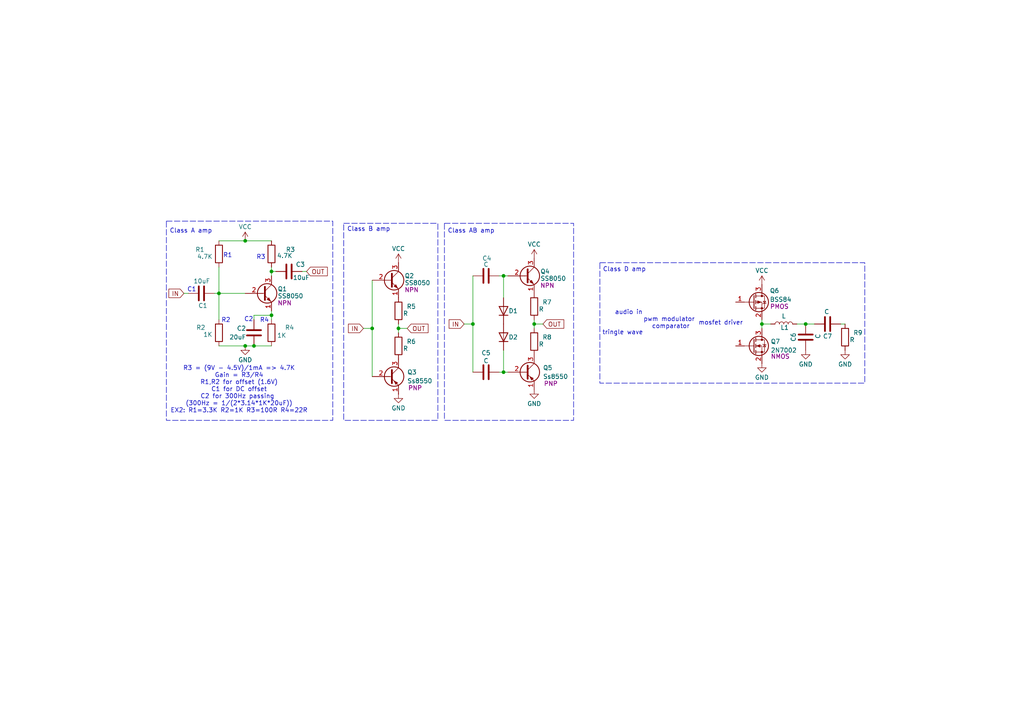
<source format=kicad_sch>
(kicad_sch (version 20231120) (generator "eeschema") (generator_version "8.0")
  (paper "A4")
  (lib_symbols
    (symbol "Device:C" (pin_numbers hide) (pin_names (offset 0.254))
      (property "Reference" "C" (at 0.635 2.54 0))
      (property "Value" "C" (at 0.635 -2.54 0))
      (symbol "C_0_1"
        (polyline (pts (xy -2.032 -0.762) (xy 2.032 -0.762)) (stroke (width 0.508)))
        (polyline (pts (xy -2.032 0.762) (xy 2.032 0.762)) (stroke (width 0.508)))
      )
      (symbol "C_1_1"
        (pin passive line (at 0 3.81 270) (length 2.794) (name "~") (number "1"))
        (pin passive line (at 0 -3.81 90) (length 2.794) (name "~") (number "2"))
      )
    )
    (symbol "Device:D" (pin_numbers hide) (pin_names (offset 1.016) hide)
      (property "Reference" "D" (at 0 2.54 0))
      (property "Value" "D" (at 0 -2.54 0))
      (symbol "D_0_1"
        (polyline (pts (xy -1.27 1.27) (xy -1.27 -1.27)) (stroke (width 0.254)))
        (polyline (pts (xy 1.27 0) (xy -1.27 0)))
        (polyline (pts (xy 1.27 1.27) (xy 1.27 -1.27) (xy -1.27 0) (xy 1.27 1.27)) (stroke (width 0.254)))
      )
      (symbol "D_1_1"
        (pin passive line (at -3.81 0 0) (length 2.54) (name "K") (number "1"))
        (pin passive line (at 3.81 0 180) (length 2.54) (name "A") (number "2"))
      )
    )
    (symbol "Device:L" (pin_numbers hide) (pin_names (offset 1.016) hide)
      (property "Reference" "L" (at -1.27 0 90))
      (property "Value" "L" (at 1.905 0 90))
      (symbol "L_0_1"
        (arc (start 0 -2.54) (mid 0.6323 -1.905) (end 0 -1.27))
        (arc (start 0 -1.27) (mid 0.6323 -0.635) (end 0 0))
        (arc (start 0 0) (mid 0.6323 0.635) (end 0 1.27))
        (arc (start 0 1.27) (mid 0.6323 1.905) (end 0 2.54))
      )
      (symbol "L_1_1"
        (pin passive line (at 0 3.81 270) (length 1.27) (name "1") (number "1"))
        (pin passive line (at 0 -3.81 90) (length 1.27) (name "2") (number "2"))
      )
    )
    (symbol "Device:R" (pin_numbers hide) (pin_names (offset 0))
      (property "Reference" "R" (at 2.032 0 90))
      (property "Value" "R" (at 0 0 90))
      (symbol "R_0_1"
        (rectangle (start -1.016 -2.54) (end 1.016 2.54) (stroke (width 0.254)))
      )
      (symbol "R_1_1"
        (pin passive line (at 0 3.81 270) (length 1.27) (name "~") (number "1"))
        (pin passive line (at 0 -3.81 90) (length 1.27) (name "~") (number "2"))
      )
    )
    (symbol "Transistor_BJT:S8050" (pin_names (offset 0) hide)
      (property "Reference" "Q" (at 5.08 1.905 0))
      (property "Value" "S8050" (at 5.08 0 0))
      (symbol "S8050_0_1"
        (polyline (pts (xy 0 0) (xy 0.635 0)))
        (polyline (pts (xy 0.635 0.635) (xy 2.54 2.54)))
        (polyline (pts (xy 0.635 -0.635) (xy 2.54 -2.54) (xy 2.54 -2.54)))
        (polyline (pts (xy 0.635 1.905) (xy 0.635 -1.905) (xy 0.635 -1.905)) (stroke (width 0.508)))
        (polyline (pts (xy 1.27 -1.778) (xy 1.778 -1.27) (xy 2.286 -2.286) (xy 1.27 -1.778) (xy 1.27 -1.778)) (fill (type outline)))
        (circle (center 1.27 0) (radius 2.8194) (stroke (width 0.254)))
      )
      (symbol "S8050_1_1"
        (pin passive line (at 2.54 -5.08 90) (length 2.54) (name "E") (number "1"))
        (pin input line (at -5.08 0 0) (length 5.08) (name "B") (number "2"))
        (pin passive line (at 2.54 5.08 270) (length 2.54) (name "C") (number "3"))
      )
    )
    (symbol "Transistor_BJT:S8550" (pin_names (offset 0) hide)
      (property "Reference" "Q" (at 5.08 1.905 0))
      (property "Value" "S8550" (at 5.08 0 0))
      (symbol "S8550_0_1"
        (polyline (pts (xy 0 0) (xy 0.635 0)))
        (polyline (pts (xy 2.54 -2.54) (xy 0.635 -0.635)))
        (polyline (pts (xy 2.54 2.54) (xy 0.635 0.635)))
        (polyline (pts (xy 0.635 1.905) (xy 0.635 -1.905) (xy 0.635 -1.905)) (stroke (width 0.508)) (fill (type outline)))
        (polyline (pts (xy 1.778 -2.286) (xy 2.286 -1.778) (xy 1.27 -1.27) (xy 1.778 -2.286) (xy 1.778 -2.286)) (fill (type outline)))
        (circle (center 1.27 0) (radius 2.8194) (stroke (width 0.254)))
      )
      (symbol "S8550_1_1"
        (pin passive line (at 2.54 -5.08 90) (length 2.54) (name "E") (number "1"))
        (pin input line (at -5.08 0 0) (length 5.08) (name "B") (number "2"))
        (pin passive line (at 2.54 5.08 270) (length 2.54) (name "C") (number "3"))
      )
    )
    (symbol "Transistor_FET:2N7002" (pin_names hide)
      (property "Reference" "Q" (at 5.08 1.905 0))
      (property "Value" "2N7002" (at 5.08 0 0))
      (symbol "2N7002_0_1"
        (polyline (pts (xy 0.254 0) (xy -2.54 0)))
        (polyline (pts (xy 0.254 1.905) (xy 0.254 -1.905)) (stroke (width 0.254)))
        (polyline (pts (xy 0.762 -1.27) (xy 0.762 -2.286)) (stroke (width 0.254)))
        (polyline (pts (xy 0.762 0.508) (xy 0.762 -0.508)) (stroke (width 0.254)))
        (polyline (pts (xy 0.762 2.286) (xy 0.762 1.27)) (stroke (width 0.254)))
        (polyline (pts (xy 2.54 2.54) (xy 2.54 1.778)))
        (polyline (pts (xy 2.54 -2.54) (xy 2.54 0) (xy 0.762 0)))
        (polyline (pts (xy 0.762 -1.778) (xy 3.302 -1.778) (xy 3.302 1.778) (xy 0.762 1.778)))
        (polyline (pts (xy 1.016 0) (xy 2.032 0.381) (xy 2.032 -0.381) (xy 1.016 0)) (fill (type outline)))
        (polyline (pts (xy 2.794 0.508) (xy 2.921 0.381) (xy 3.683 0.381) (xy 3.81 0.254)))
        (polyline (pts (xy 3.302 0.381) (xy 2.921 -0.254) (xy 3.683 -0.254) (xy 3.302 0.381)))
        (circle (center 1.651 0) (radius 2.794) (stroke (width 0.254)))
        (circle (center 2.54 -1.778) (radius 0.254) (fill (type outline)))
        (circle (center 2.54 1.778) (radius 0.254) (fill (type outline)))
      )
      (symbol "2N7002_1_1"
        (pin input line (at -5.08 0 0) (length 2.54) (name "G") (number "1"))
        (pin passive line (at 2.54 -5.08 90) (length 2.54) (name "S") (number "2"))
        (pin passive line (at 2.54 5.08 270) (length 2.54) (name "D") (number "3"))
      )
    )
    (symbol "Transistor_FET:BSS84" (pin_names hide)
      (property "Reference" "Q" (at 5.08 1.905 0))
      (property "Value" "BSS84" (at 5.08 0 0))
      (symbol "BSS84_0_1"
        (polyline (pts (xy 0.254 0) (xy -2.54 0)))
        (polyline (pts (xy 0.254 1.905) (xy 0.254 -1.905)) (stroke (width 0.254)))
        (polyline (pts (xy 0.762 -1.27) (xy 0.762 -2.286)) (stroke (width 0.254)))
        (polyline (pts (xy 0.762 0.508) (xy 0.762 -0.508)) (stroke (width 0.254)))
        (polyline (pts (xy 0.762 2.286) (xy 0.762 1.27)) (stroke (width 0.254)))
        (polyline (pts (xy 2.54 2.54) (xy 2.54 1.778)))
        (polyline (pts (xy 2.54 -2.54) (xy 2.54 0) (xy 0.762 0)))
        (polyline (pts (xy 0.762 1.778) (xy 3.302 1.778) (xy 3.302 -1.778) (xy 0.762 -1.778)))
        (polyline (pts (xy 2.286 0) (xy 1.27 0.381) (xy 1.27 -0.381) (xy 2.286 0)) (fill (type outline)))
        (polyline (pts (xy 2.794 -0.508) (xy 2.921 -0.381) (xy 3.683 -0.381) (xy 3.81 -0.254)))
        (polyline (pts (xy 3.302 -0.381) (xy 2.921 0.254) (xy 3.683 0.254) (xy 3.302 -0.381)))
        (circle (center 1.651 0) (radius 2.794) (stroke (width 0.254)))
        (circle (center 2.54 -1.778) (radius 0.254) (fill (type outline)))
        (circle (center 2.54 1.778) (radius 0.254) (fill (type outline)))
      )
      (symbol "BSS84_1_1"
        (pin input line (at -5.08 0 0) (length 2.54) (name "G") (number "1"))
        (pin passive line (at 2.54 -5.08 90) (length 2.54) (name "S") (number "2"))
        (pin passive line (at 2.54 5.08 270) (length 2.54) (name "D") (number "3"))
      )
    )
    (symbol "power:GND" (power) (pin_numbers hide) (pin_names (offset 0) hide)
      (property "Value" "GND" (at 0 -3.81 0))
      (symbol "GND_0_1"
        (polyline (pts (xy 0 0) (xy 0 -1.27) (xy 1.27 -1.27) (xy 0 -2.54) (xy -1.27 -1.27) (xy 0 -1.27)))
      )
      (symbol "GND_1_1"
        (pin power_in line (at 0 0 270) (length 0) (name "~") (number "1"))
      )
    )
    (symbol "power:VCC" (power) (pin_numbers hide) (pin_names (offset 0) hide)
      (property "Value" "VCC" (at 0 3.556 0))
      (symbol "VCC_0_1"
        (polyline (pts (xy -0.762 1.27) (xy 0 2.54)))
        (polyline (pts (xy 0 0) (xy 0 2.54)))
        (polyline (pts (xy 0 2.54) (xy 0.762 1.27)))
      )
      (symbol "VCC_1_1"
        (pin power_in line (at 0 0 90) (length 0) (name "~") (number "1"))
      )
    )
  )
  (junction (at 115.57 95.25))
  (junction (at 107.95 95.25))
  (junction (at 137.16 93.98))
  (junction (at 71.12 69.85))
  (junction (at 71.12 100.33))
  (junction (at 220.98 93.98))
  (junction (at 73.66 100.33))
  (junction (at 146.05 107.95))
  (junction (at 154.94 93.98))
  (junction (at 78.74 78.74))
  (junction (at 233.68 93.98))
  (junction (at 63.5 85.09))
  (junction (at 146.05 80.01))
  (junction (at 78.74 91.44))
  (wire (pts (xy 63.5 85.09) (xy 63.5 92.71)))
  (wire (pts (xy 73.66 100.33) (xy 78.74 100.33)))
  (wire (pts (xy 146.05 80.01) (xy 147.32 80.01)))
  (wire (pts (xy 105.41 95.25) (xy 107.95 95.25)))
  (wire (pts (xy 115.57 93.98) (xy 115.57 95.25)))
  (wire (pts (xy 157.48 93.98) (xy 154.94 93.98)))
  (wire (pts (xy 146.05 86.36) (xy 146.05 80.01)))
  (wire (pts (xy 144.78 107.95) (xy 146.05 107.95)))
  (wire (pts (xy 146.05 107.95) (xy 147.32 107.95)))
  (wire (pts (xy 78.74 92.71) (xy 78.74 91.44)))
  (wire (pts (xy 73.66 92.71) (xy 73.66 91.44)))
  (wire (pts (xy 78.74 91.44) (xy 78.74 90.17)))
  (wire (pts (xy 154.94 93.98) (xy 154.94 95.25)))
  (wire (pts (xy 63.5 85.09) (xy 71.12 85.09)))
  (wire (pts (xy 80.01 78.74) (xy 78.74 78.74)))
  (wire (pts (xy 53.34 85.09) (xy 54.61 85.09)))
  (wire (pts (xy 118.11 95.25) (xy 115.57 95.25)))
  (wire (pts (xy 144.78 80.01) (xy 146.05 80.01)))
  (wire (pts (xy 245.11 93.98) (xy 243.84 93.98)))
  (wire (pts (xy 154.94 92.71) (xy 154.94 93.98)))
  (wire (pts (xy 63.5 69.85) (xy 71.12 69.85)))
  (wire (pts (xy 78.74 78.74) (xy 78.74 80.01)))
  (wire (pts (xy 115.57 95.25) (xy 115.57 96.52)))
  (wire (pts (xy 78.74 77.47) (xy 78.74 78.74)))
  (wire (pts (xy 73.66 91.44) (xy 78.74 91.44)))
  (wire (pts (xy 107.95 81.28) (xy 107.95 95.25)))
  (wire (pts (xy 233.68 93.98) (xy 231.14 93.98)))
  (wire (pts (xy 137.16 80.01) (xy 137.16 93.98)))
  (wire (pts (xy 146.05 101.6) (xy 146.05 107.95)))
  (wire (pts (xy 236.22 93.98) (xy 233.68 93.98)))
  (wire (pts (xy 87.63 78.74) (xy 88.9 78.74)))
  (wire (pts (xy 134.62 93.98) (xy 137.16 93.98)))
  (wire (pts (xy 107.95 95.25) (xy 107.95 109.22)))
  (wire (pts (xy 223.52 93.98) (xy 220.98 93.98)))
  (wire (pts (xy 220.98 92.71) (xy 220.98 93.98)))
  (wire (pts (xy 71.12 100.33) (xy 73.66 100.33)))
  (wire (pts (xy 220.98 93.98) (xy 220.98 95.25)))
  (wire (pts (xy 63.5 100.33) (xy 71.12 100.33)))
  (wire (pts (xy 71.12 69.85) (xy 78.74 69.85)))
  (wire (pts (xy 63.5 77.47) (xy 63.5 85.09)))
  (wire (pts (xy 62.23 85.09) (xy 63.5 85.09)))
  (wire (pts (xy 137.16 93.98) (xy 137.16 107.95)))
  (rectangle (start 99.695 64.77) (end 127 121.92) (stroke (width 0) (type dash)))
  (rectangle (start 48.26 64.135) (end 96.52 121.92) (stroke (width 0) (type dash)))
  (rectangle (start 173.99 76.2) (end 250.825 111.125) (stroke (width 0) (type dash)))
  (rectangle (start 128.905 64.77) (end 166.37 121.92) (stroke (width 0) (type dash)))
  (text "R2" (at 65.532 92.964 0) (effects (font (size 1.27 1.27))))
  (text "R3\n" (at 75.692 74.676 0) (effects (font (size 1.27 1.27))))
  (text "tringle wave" (at 180.594 96.52 0) (effects (font (size 1.27 1.27))))
  (text "Class AB amp" (at 136.652 67.056 0) (effects (font (size 1.27 1.27))))
  (text "pwm modulator \ncomparator" (at 194.564 93.726 0) (effects (font (size 1.27 1.27))))
  (text "Class B amp" (at 106.934 66.548 0) (effects (font (size 1.27 1.27))))
  (text "R4" (at 76.708 92.964 0) (effects (font (size 1.27 1.27))))
  (text "Class A amp" (at 55.372 67.056 0) (effects (font (size 1.27 1.27))))
  (text "R3 = (9V - 4.5V)/1mA => 4.7K\nGain = R3/R4\nR1,R2 for offset (1.6V)\nC1 for DC offset\nC2 for 300Hz passing \n(300Hz = 1/(2*3.14*1K*20uF))\nEX2: R1=3.3K R2=1K R3=100R R4=22R" (at 69.342 113.03 0) (effects (font (size 1.27 1.27))))
  (text "Class D amp" (at 181.102 78.232 0) (effects (font (size 1.27 1.27))))
  (text "C2" (at 72.136 92.71 0) (effects (font (size 1.27 1.27))))
  (text "mosfet driver" (at 209.042 93.726 0) (effects (font (size 1.27 1.27))))
  (text "audio in" (at 182.372 90.678 0) (effects (font (size 1.27 1.27))))
  (text "R1\n" (at 66.04 74.168 0) (effects (font (size 1.27 1.27))))
  (text "C1" (at 55.626 84.074 0) (effects (font (size 1.27 1.27))))
  (global_label "OUT" (shape input) (at 157.48 93.98 0) (property "Intersheetrefs" "${INTERSHEET_REFS}" (effects (hide yes))))
  (global_label "IN" (shape input) (at 134.62 93.98 180) (property "Intersheetrefs" "${INTERSHEET_REFS}" (effects (hide yes))))
  (global_label "OUT" (shape input) (at 88.9 78.74 0) (property "Intersheetrefs" "${INTERSHEET_REFS}" (effects (hide yes))))
  (global_label "IN" (shape input) (at 53.34 85.09 180) (property "Intersheetrefs" "${INTERSHEET_REFS}" (effects (hide yes))))
  (global_label "OUT" (shape input) (at 118.11 95.25 0) (property "Intersheetrefs" "${INTERSHEET_REFS}" (effects (hide yes))))
  (global_label "IN" (shape input) (at 105.41 95.25 180) (property "Intersheetrefs" "${INTERSHEET_REFS}" (effects (hide yes))))
  (symbol (lib_id "power:VCC") (at 154.94 74.93 0) (unit 1)
    (property "Reference" "#PWR05" (effects (hide yes)))
    (property "Value" "VCC" (at 154.94 70.866 0))
    (property "Description" "Power symbol creates a global label with name \"VCC\"" (effects (hide yes)))
  )
  (symbol (lib_id "Device:R") (at 245.11 97.79 180) (unit 1) (on_board no)
    (property "Reference" "R9" (at 250.19 96.52 0) (effects (justify left)))
    (property "Value" "R" (at 247.904 98.552 0) (effects (justify left)))
    (property "Footprint" "Resistor_SMD:R_0603_1608Metric_Pad0.98x0.95mm_HandSolder" (effects (hide yes)))
    (property "Description" "Resistor" (effects (hide yes)))
  )
  (symbol (lib_id "power:VCC") (at 115.57 76.2 0) (unit 1)
    (property "Reference" "#PWR03" (effects (hide yes)))
    (property "Value" "VCC" (at 115.57 72.136 0))
    (property "Description" "Power symbol creates a global label with name \"VCC\"" (effects (hide yes)))
  )
  (symbol (lib_id "Transistor_BJT:S8550") (at 152.4 107.95 0) (unit 1)
    (property "Reference" "Q5" (at 157.48 106.6799 0) (effects (justify left)))
    (property "Value" "Ss8550" (at 157.48 109.2199 0) (effects (justify left)))
    (property "Footprint" "Package_TO_SOT_SMD:SOT-23" (effects (hide yes)))
    (property "Datasheet" "http://www.unisonic.com.tw/datasheet/S8550.pdf" (effects (hide yes)))
    (property "Description" "0.7A Ic, 20V Vce, Low Voltage High Current PNP Transistor, TO-92" (effects (hide yes)))
    (property "Field5" "PNP" (at 159.766 111.252 0))
  )
  (symbol (lib_id "Transistor_BJT:S8050") (at 152.4 80.01 0) (unit 1)
    (property "Reference" "Q4" (at 156.718 78.74 0) (effects (justify left)))
    (property "Value" "SS8050" (at 156.718 80.772 0) (effects (justify left)))
    (property "Footprint" "Package_TO_SOT_SMD:SOT-23" (effects (hide yes)))
    (property "Datasheet" "http://www.unisonic.com.tw/datasheet/S8050.pdf" (effects (hide yes)))
    (property "Description" "0.7A Ic, 20V Vce, Low Voltage High Current NPN Transistor, TO-92" (effects (hide yes)))
    (property "Field5" "NPN" (at 158.75 82.804 0))
  )
  (symbol (lib_id "power:GND") (at 115.57 114.3 0) (mirror y) (unit 1)
    (property "Reference" "#PWR04" (effects (hide yes)))
    (property "Value" "GND" (at 115.57 118.364 0))
    (property "Description" "Power symbol creates a global label with name \"GND\" , ground" (effects (hide yes)))
  )
  (symbol (lib_id "Device:R") (at 63.5 73.66 0) (mirror x) (unit 1)
    (property "Reference" "R1" (at 56.642 72.39 0) (effects (justify left)))
    (property "Value" "4.7K" (at 57.15 74.422 0) (effects (justify left)))
    (property "Footprint" "Resistor_THT:R_Axial_DIN0207_L6.3mm_D2.5mm_P10.16mm_Horizontal" (effects (hide yes)))
    (property "Description" "Resistor" (effects (hide yes)))
  )
  (symbol (lib_id "Device:R") (at 78.74 73.66 180) (unit 1)
    (property "Reference" "R3" (at 85.598 72.39 0) (effects (justify left)))
    (property "Value" "4.7K" (at 84.836 74.168 0) (effects (justify left)))
    (property "Footprint" "Resistor_THT:R_Axial_DIN0207_L6.3mm_D2.5mm_P10.16mm_Horizontal" (effects (hide yes)))
    (property "Description" "Resistor" (effects (hide yes)))
  )
  (symbol (lib_id "Device:C") (at 240.03 93.98 270) (unit 1)
    (property "Reference" "C7" (at 240.03 97.536 90))
    (property "Value" "C" (at 239.776 90.424 90))
    (property "Footprint" "Capacitor_THT:C_Disc_D4.3mm_W1.9mm_P5.00mm" (effects (hide yes)))
    (property "Description" "Unpolarized capacitor" (effects (hide yes)))
  )
  (symbol (lib_id "Device:C") (at 233.68 97.79 180) (unit 1)
    (property "Reference" "C6" (at 230.124 97.79 90))
    (property "Value" "C" (at 237.236 97.536 90))
    (property "Footprint" "Capacitor_THT:C_Disc_D4.3mm_W1.9mm_P5.00mm" (effects (hide yes)))
    (property "Description" "Unpolarized capacitor" (effects (hide yes)))
  )
  (symbol (lib_id "power:GND") (at 220.98 105.41 0) (unit 1)
    (property "Reference" "#PWR08" (effects (hide yes)))
    (property "Value" "GND" (at 220.98 109.474 0))
    (property "Description" "Power symbol creates a global label with name \"GND\" , ground" (effects (hide yes)))
  )
  (symbol (lib_id "Transistor_BJT:S8550") (at 113.03 109.22 0) (unit 1)
    (property "Reference" "Q3" (at 118.11 107.9499 0) (effects (justify left)))
    (property "Value" "Ss8550" (at 118.11 110.4899 0) (effects (justify left)))
    (property "Footprint" "Package_TO_SOT_SMD:SOT-23" (effects (hide yes)))
    (property "Datasheet" "http://www.unisonic.com.tw/datasheet/S8550.pdf" (effects (hide yes)))
    (property "Description" "0.7A Ic, 20V Vce, Low Voltage High Current PNP Transistor, TO-92" (effects (hide yes)))
    (property "Field5" "PNP" (at 120.396 112.522 0))
  )
  (symbol (lib_id "Transistor_BJT:S8050") (at 113.03 81.28 0) (unit 1)
    (property "Reference" "Q2" (at 117.348 80.01 0) (effects (justify left)))
    (property "Value" "SS8050" (at 117.348 82.042 0) (effects (justify left)))
    (property "Footprint" "Package_TO_SOT_SMD:SOT-23" (effects (hide yes)))
    (property "Datasheet" "http://www.unisonic.com.tw/datasheet/S8050.pdf" (effects (hide yes)))
    (property "Description" "0.7A Ic, 20V Vce, Low Voltage High Current NPN Transistor, TO-92" (effects (hide yes)))
    (property "Field5" "NPN" (at 119.38 84.074 0))
  )
  (symbol (lib_id "Device:C") (at 73.66 96.52 0) (mirror y) (unit 1)
    (property "Reference" "C2" (at 71.374 95.25 0) (effects (justify left)))
    (property "Value" "20uF" (at 71.374 97.79 0) (effects (justify left)))
    (property "Footprint" "Capacitor_THT:C_Disc_D16.0mm_W5.0mm_P10.00mm" (effects (hide yes)))
    (property "Description" "Unpolarized capacitor" (effects (hide yes)))
  )
  (symbol (lib_id "power:GND") (at 245.11 101.6 0) (mirror y) (unit 1)
    (property "Reference" "#PWR010" (effects (hide yes)))
    (property "Value" "GND" (at 245.11 105.664 0))
    (property "Description" "Power symbol creates a global label with name \"GND\" , ground" (effects (hide yes)))
  )
  (symbol (lib_id "power:GND") (at 154.94 113.03 0) (mirror y) (unit 1)
    (property "Reference" "#PWR06" (effects (hide yes)))
    (property "Value" "GND" (at 154.94 117.094 0))
    (property "Description" "Power symbol creates a global label with name \"GND\" , ground" (effects (hide yes)))
  )
  (symbol (lib_id "Transistor_BJT:S8050") (at 76.2 85.09 0) (unit 1)
    (property "Reference" "Q1" (at 80.518 83.82 0) (effects (justify left)))
    (property "Value" "SS8050" (at 80.518 85.852 0) (effects (justify left)))
    (property "Footprint" "Package_TO_SOT_SMD:SOT-23" (effects (hide yes)))
    (property "Datasheet" "http://www.unisonic.com.tw/datasheet/S8050.pdf" (effects (hide yes)))
    (property "Description" "0.7A Ic, 20V Vce, Low Voltage High Current NPN Transistor, TO-92" (effects (hide yes)))
    (property "Field5" "NPN" (at 82.55 87.884 0))
  )
  (symbol (lib_id "Device:C") (at 140.97 80.01 90) (unit 1)
    (property "Reference" "C4" (at 141.224 74.93 90))
    (property "Value" "C" (at 140.97 76.708 90))
    (property "Footprint" "Capacitor_THT:C_Disc_D4.3mm_W1.9mm_P5.00mm" (effects (hide yes)))
    (property "Description" "Unpolarized capacitor" (effects (hide yes)))
  )
  (symbol (lib_id "Transistor_FET:2N7002") (at 218.44 100.33 0) (unit 1) (on_board no)
    (property "Reference" "Q7" (at 223.52 99.0599 0) (effects (justify left)))
    (property "Value" "2N7002" (at 223.52 101.5999 0) (effects (justify left)))
    (property "Footprint" "Package_TO_SOT_SMD:SOT-23" (effects (hide yes)))
    (property "Datasheet" "https://www.diodes.com/assets/Datasheets/ds11303.pdf" (effects (hide yes)))
    (property "Description" "0.115A Id, 60V Vds, N-Channel MOSFET, SOT-23" (effects (hide yes)))
    (property "Field5" "NMOS" (at 226.314 103.378 0))
  )
  (symbol (lib_id "Device:C") (at 140.97 107.95 90) (unit 1)
    (property "Reference" "C5" (at 140.97 102.362 90))
    (property "Value" "C" (at 140.97 104.648 90))
    (property "Footprint" "Capacitor_THT:C_Disc_D4.3mm_W1.9mm_P5.00mm" (effects (hide yes)))
    (property "Description" "Unpolarized capacitor" (effects (hide yes)))
  )
  (symbol (lib_id "Device:R") (at 63.5 96.52 0) (mirror x) (unit 1)
    (property "Reference" "R2" (at 56.896 94.996 0) (effects (justify left)))
    (property "Value" "1K" (at 58.928 97.028 0) (effects (justify left)))
    (property "Footprint" "Resistor_THT:R_Axial_DIN0207_L6.3mm_D2.5mm_P10.16mm_Horizontal" (effects (hide yes)))
    (property "Description" "Resistor" (effects (hide yes)))
  )
  (symbol (lib_id "Device:R") (at 78.74 96.52 180) (unit 1)
    (property "Reference" "R4" (at 85.344 94.996 0) (effects (justify left)))
    (property "Value" "1K" (at 83.058 97.282 0) (effects (justify left)))
    (property "Footprint" "Resistor_THT:R_Axial_DIN0207_L6.3mm_D2.5mm_P10.16mm_Horizontal" (effects (hide yes)))
    (property "Description" "Resistor" (effects (hide yes)))
  )
  (symbol (lib_id "power:GND") (at 233.68 101.6 0) (mirror y) (unit 1)
    (property "Reference" "#PWR09" (effects (hide yes)))
    (property "Value" "GND" (at 233.68 105.664 0))
    (property "Description" "Power symbol creates a global label with name \"GND\" , ground" (effects (hide yes)))
  )
  (symbol (lib_id "Transistor_FET:BSS84") (at 218.44 87.63 0) (unit 1) (on_board no)
    (property "Reference" "Q6" (at 223.266 84.3279 0) (effects (justify left)))
    (property "Value" "BSS84" (at 223.266 86.8679 0) (effects (justify left)))
    (property "Footprint" "Package_TO_SOT_SMD:SOT-23" (effects (hide yes)))
    (property "Datasheet" "http://assets.nexperia.com/documents/data-sheet/BSS84.pdf" (effects (hide yes)))
    (property "Description" "-0.13A Id, -50V Vds, P-Channel MOSFET, SOT-23" (effects (hide yes)))
    (property "Field5" "PMOS" (at 226.06 88.9 0))
  )
  (symbol (lib_id "Device:D") (at 146.05 97.79 90) (unit 1)
    (property "Reference" "D2" (at 148.844 97.79 90))
    (property "Value" "D" (effects (hide yes)))
    (property "Footprint" "Diode_THT:D_DO-41_SOD81_P10.16mm_Horizontal" (effects (hide yes)))
    (property "Description" "Diode" (effects (hide yes)))
    (property "Sim.Device" "D" (effects (hide yes)))
    (property "Sim.Pins" "1=K 2=A" (effects (hide yes)))
  )
  (symbol (lib_id "Device:R") (at 154.94 99.06 180) (unit 1)
    (property "Reference" "R8" (at 160.02 97.79 0) (effects (justify left)))
    (property "Value" "R" (at 157.734 99.822 0) (effects (justify left)))
    (property "Footprint" "Resistor_THT:R_Axial_DIN0207_L6.3mm_D2.5mm_P10.16mm_Horizontal" (effects (hide yes)))
    (property "Description" "Resistor" (effects (hide yes)))
  )
  (symbol (lib_id "power:VCC") (at 220.98 82.55 0) (unit 1)
    (property "Reference" "#PWR07" (effects (hide yes)))
    (property "Value" "VCC" (at 220.98 78.486 0))
    (property "Description" "Power symbol creates a global label with name \"VCC\"" (effects (hide yes)))
  )
  (symbol (lib_id "Device:C") (at 83.82 78.74 90) (unit 1)
    (property "Reference" "C3" (at 87.122 76.708 90))
    (property "Value" "10uF" (at 87.376 80.518 90))
    (property "Footprint" "Capacitor_THT:C_Disc_D4.3mm_W1.9mm_P5.00mm" (effects (hide yes)))
    (property "Description" "Unpolarized capacitor" (effects (hide yes)))
  )
  (symbol (lib_id "Device:R") (at 115.57 90.17 180) (unit 1)
    (property "Reference" "R5" (at 120.65 88.9 0) (effects (justify left)))
    (property "Value" "R" (at 118.364 90.932 0) (effects (justify left)))
    (property "Footprint" "Resistor_THT:R_Axial_DIN0207_L6.3mm_D2.5mm_P10.16mm_Horizontal" (effects (hide yes)))
    (property "Description" "Resistor" (effects (hide yes)))
  )
  (symbol (lib_id "Device:C") (at 58.42 85.09 90) (mirror x) (unit 1)
    (property "Reference" "C1" (at 60.198 88.646 90) (effects (justify left)))
    (property "Value" "10uF" (at 60.96 81.534 90) (effects (justify left)))
    (property "Footprint" "Capacitor_THT:C_Disc_D16.0mm_W5.0mm_P10.00mm" (effects (hide yes)))
    (property "Description" "Unpolarized capacitor" (effects (hide yes)))
  )
  (symbol (lib_id "Device:R") (at 115.57 100.33 180) (unit 1)
    (property "Reference" "R6" (at 120.65 99.06 0) (effects (justify left)))
    (property "Value" "R" (at 118.364 101.092 0) (effects (justify left)))
    (property "Footprint" "Resistor_THT:R_Axial_DIN0207_L6.3mm_D2.5mm_P10.16mm_Horizontal" (effects (hide yes)))
    (property "Description" "Resistor" (effects (hide yes)))
  )
  (symbol (lib_id "Device:D") (at 146.05 90.17 90) (unit 1)
    (property "Reference" "D1" (at 148.844 90.17 90))
    (property "Value" "D" (effects (hide yes)))
    (property "Footprint" "Diode_THT:D_DO-41_SOD81_P10.16mm_Horizontal" (effects (hide yes)))
    (property "Description" "Diode" (effects (hide yes)))
    (property "Sim.Device" "D" (effects (hide yes)))
    (property "Sim.Pins" "1=K 2=A" (effects (hide yes)))
  )
  (symbol (lib_id "power:GND") (at 71.12 100.33 0) (mirror y) (unit 1)
    (property "Reference" "#PWR02" (effects (hide yes)))
    (property "Value" "GND" (at 71.12 104.394 0))
    (property "Description" "Power symbol creates a global label with name \"GND\" , ground" (effects (hide yes)))
  )
  (symbol (lib_id "power:VCC") (at 71.12 69.85 0) (unit 1)
    (property "Reference" "#PWR01" (effects (hide yes)))
    (property "Value" "VCC" (at 71.12 65.786 0))
    (property "Description" "Power symbol creates a global label with name \"VCC\"" (effects (hide yes)))
  )
  (symbol (lib_id "Device:R") (at 154.94 88.9 180) (unit 1)
    (property "Reference" "R7" (at 160.02 87.63 0) (effects (justify left)))
    (property "Value" "R" (at 157.734 89.662 0) (effects (justify left)))
    (property "Footprint" "Resistor_THT:R_Axial_DIN0207_L6.3mm_D2.5mm_P10.16mm_Horizontal" (effects (hide yes)))
    (property "Description" "Resistor" (effects (hide yes)))
  )
  (symbol (lib_id "Device:L") (at 227.33 93.98 90) (unit 1)
    (property "Reference" "L1" (at 227.584 94.996 90))
    (property "Value" "L" (at 227.33 91.694 90))
    (property "Description" "Inductor" (effects (hide yes)))
  )
)
</source>
